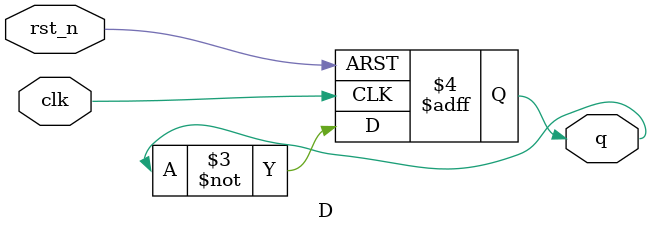
<source format=v>
module D (
	input wire clk,
	input wire rst_n,
	output reg q
);

	always@(posedge clk or negedge rst_n) begin
		if(!rst_n) begin
			q <= 1'd0;
		end else begin
			q <= ~q;
		end
	end

endmodule
</source>
